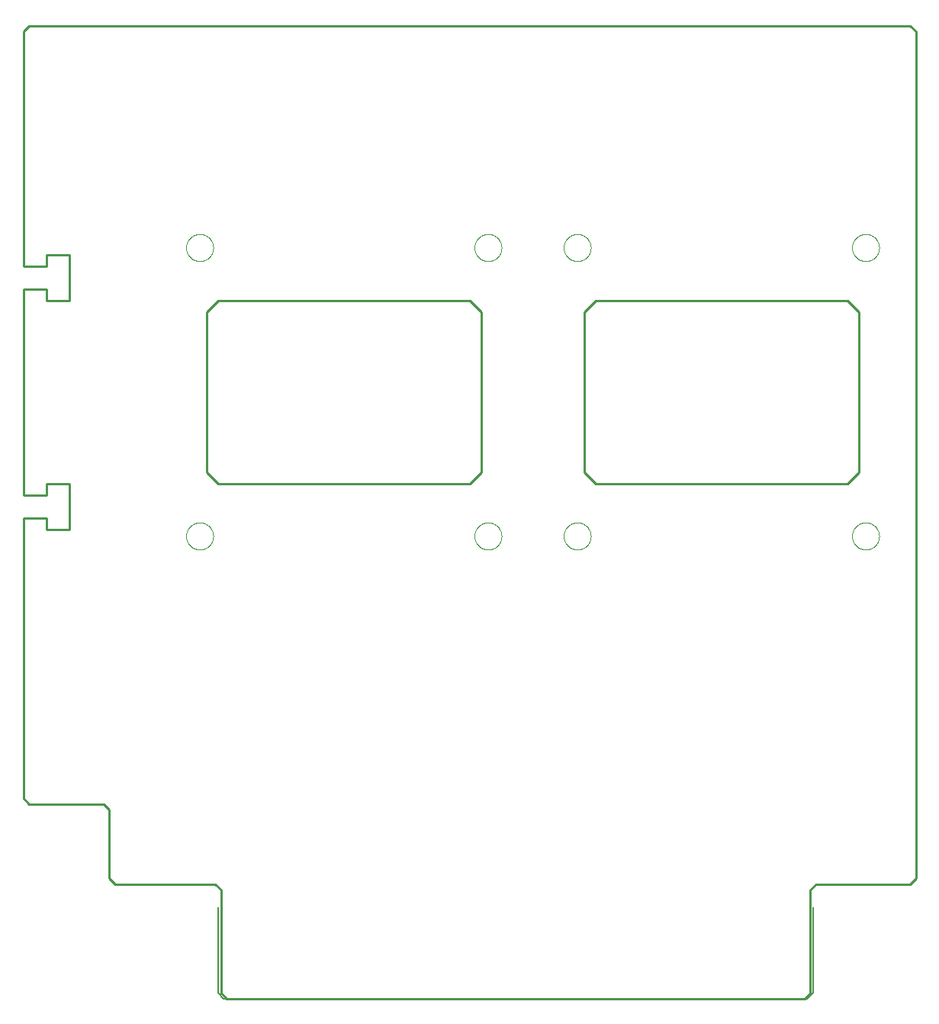
<source format=gko>
G75*
%MOIN*%
%OFA0B0*%
%FSLAX25Y25*%
%IPPOS*%
%LPD*%
%AMOC8*
5,1,8,0,0,1.08239X$1,22.5*
%
%ADD10C,0.01000*%
%ADD11C,0.00000*%
%ADD12C,0.00500*%
D10*
X0042000Y0055000D02*
X0039500Y0057500D01*
X0039500Y0087500D01*
X0037000Y0090000D01*
X0004500Y0090000D01*
X0002000Y0092500D01*
X0002000Y0215000D01*
X0012000Y0215000D01*
X0012000Y0210000D01*
X0022000Y0210000D01*
X0022000Y0230000D01*
X0012000Y0230000D01*
X0012000Y0225000D01*
X0002000Y0225000D01*
X0002000Y0315000D01*
X0012000Y0315000D01*
X0012000Y0310000D01*
X0022000Y0310000D01*
X0022000Y0330000D01*
X0012000Y0330000D01*
X0012000Y0325000D01*
X0002000Y0325000D01*
X0002000Y0427500D01*
X0004500Y0430000D01*
X0389500Y0430000D01*
X0392000Y0427500D01*
X0392000Y0057500D01*
X0389500Y0055000D01*
X0348250Y0055000D01*
X0345750Y0052500D01*
X0345750Y0007500D01*
X0343250Y0005000D01*
X0090750Y0005000D01*
X0088250Y0007500D01*
X0088250Y0052500D01*
X0085750Y0055000D01*
X0042000Y0055000D01*
X0087000Y0230000D02*
X0082000Y0235000D01*
X0082000Y0305000D01*
X0087000Y0310000D01*
X0197000Y0310000D01*
X0202000Y0305000D01*
X0202000Y0235000D01*
X0197000Y0230000D01*
X0087000Y0230000D01*
X0247000Y0235000D02*
X0247000Y0305000D01*
X0252000Y0310000D01*
X0362000Y0310000D01*
X0367000Y0305000D01*
X0367000Y0235000D01*
X0362000Y0230000D01*
X0252000Y0230000D01*
X0247000Y0235000D01*
D11*
X0238094Y0207000D02*
X0238096Y0207153D01*
X0238102Y0207307D01*
X0238112Y0207460D01*
X0238126Y0207612D01*
X0238144Y0207765D01*
X0238166Y0207916D01*
X0238191Y0208067D01*
X0238221Y0208218D01*
X0238255Y0208368D01*
X0238292Y0208516D01*
X0238333Y0208664D01*
X0238378Y0208810D01*
X0238427Y0208956D01*
X0238480Y0209100D01*
X0238536Y0209242D01*
X0238596Y0209383D01*
X0238660Y0209523D01*
X0238727Y0209661D01*
X0238798Y0209797D01*
X0238873Y0209931D01*
X0238950Y0210063D01*
X0239032Y0210193D01*
X0239116Y0210321D01*
X0239204Y0210447D01*
X0239295Y0210570D01*
X0239389Y0210691D01*
X0239487Y0210809D01*
X0239587Y0210925D01*
X0239691Y0211038D01*
X0239797Y0211149D01*
X0239906Y0211257D01*
X0240018Y0211362D01*
X0240132Y0211463D01*
X0240250Y0211562D01*
X0240369Y0211658D01*
X0240491Y0211751D01*
X0240616Y0211840D01*
X0240743Y0211927D01*
X0240872Y0212009D01*
X0241003Y0212089D01*
X0241136Y0212165D01*
X0241271Y0212238D01*
X0241408Y0212307D01*
X0241547Y0212372D01*
X0241687Y0212434D01*
X0241829Y0212492D01*
X0241972Y0212547D01*
X0242117Y0212598D01*
X0242263Y0212645D01*
X0242410Y0212688D01*
X0242558Y0212727D01*
X0242707Y0212763D01*
X0242857Y0212794D01*
X0243008Y0212822D01*
X0243159Y0212846D01*
X0243312Y0212866D01*
X0243464Y0212882D01*
X0243617Y0212894D01*
X0243770Y0212902D01*
X0243923Y0212906D01*
X0244077Y0212906D01*
X0244230Y0212902D01*
X0244383Y0212894D01*
X0244536Y0212882D01*
X0244688Y0212866D01*
X0244841Y0212846D01*
X0244992Y0212822D01*
X0245143Y0212794D01*
X0245293Y0212763D01*
X0245442Y0212727D01*
X0245590Y0212688D01*
X0245737Y0212645D01*
X0245883Y0212598D01*
X0246028Y0212547D01*
X0246171Y0212492D01*
X0246313Y0212434D01*
X0246453Y0212372D01*
X0246592Y0212307D01*
X0246729Y0212238D01*
X0246864Y0212165D01*
X0246997Y0212089D01*
X0247128Y0212009D01*
X0247257Y0211927D01*
X0247384Y0211840D01*
X0247509Y0211751D01*
X0247631Y0211658D01*
X0247750Y0211562D01*
X0247868Y0211463D01*
X0247982Y0211362D01*
X0248094Y0211257D01*
X0248203Y0211149D01*
X0248309Y0211038D01*
X0248413Y0210925D01*
X0248513Y0210809D01*
X0248611Y0210691D01*
X0248705Y0210570D01*
X0248796Y0210447D01*
X0248884Y0210321D01*
X0248968Y0210193D01*
X0249050Y0210063D01*
X0249127Y0209931D01*
X0249202Y0209797D01*
X0249273Y0209661D01*
X0249340Y0209523D01*
X0249404Y0209383D01*
X0249464Y0209242D01*
X0249520Y0209100D01*
X0249573Y0208956D01*
X0249622Y0208810D01*
X0249667Y0208664D01*
X0249708Y0208516D01*
X0249745Y0208368D01*
X0249779Y0208218D01*
X0249809Y0208067D01*
X0249834Y0207916D01*
X0249856Y0207765D01*
X0249874Y0207612D01*
X0249888Y0207460D01*
X0249898Y0207307D01*
X0249904Y0207153D01*
X0249906Y0207000D01*
X0249904Y0206847D01*
X0249898Y0206693D01*
X0249888Y0206540D01*
X0249874Y0206388D01*
X0249856Y0206235D01*
X0249834Y0206084D01*
X0249809Y0205933D01*
X0249779Y0205782D01*
X0249745Y0205632D01*
X0249708Y0205484D01*
X0249667Y0205336D01*
X0249622Y0205190D01*
X0249573Y0205044D01*
X0249520Y0204900D01*
X0249464Y0204758D01*
X0249404Y0204617D01*
X0249340Y0204477D01*
X0249273Y0204339D01*
X0249202Y0204203D01*
X0249127Y0204069D01*
X0249050Y0203937D01*
X0248968Y0203807D01*
X0248884Y0203679D01*
X0248796Y0203553D01*
X0248705Y0203430D01*
X0248611Y0203309D01*
X0248513Y0203191D01*
X0248413Y0203075D01*
X0248309Y0202962D01*
X0248203Y0202851D01*
X0248094Y0202743D01*
X0247982Y0202638D01*
X0247868Y0202537D01*
X0247750Y0202438D01*
X0247631Y0202342D01*
X0247509Y0202249D01*
X0247384Y0202160D01*
X0247257Y0202073D01*
X0247128Y0201991D01*
X0246997Y0201911D01*
X0246864Y0201835D01*
X0246729Y0201762D01*
X0246592Y0201693D01*
X0246453Y0201628D01*
X0246313Y0201566D01*
X0246171Y0201508D01*
X0246028Y0201453D01*
X0245883Y0201402D01*
X0245737Y0201355D01*
X0245590Y0201312D01*
X0245442Y0201273D01*
X0245293Y0201237D01*
X0245143Y0201206D01*
X0244992Y0201178D01*
X0244841Y0201154D01*
X0244688Y0201134D01*
X0244536Y0201118D01*
X0244383Y0201106D01*
X0244230Y0201098D01*
X0244077Y0201094D01*
X0243923Y0201094D01*
X0243770Y0201098D01*
X0243617Y0201106D01*
X0243464Y0201118D01*
X0243312Y0201134D01*
X0243159Y0201154D01*
X0243008Y0201178D01*
X0242857Y0201206D01*
X0242707Y0201237D01*
X0242558Y0201273D01*
X0242410Y0201312D01*
X0242263Y0201355D01*
X0242117Y0201402D01*
X0241972Y0201453D01*
X0241829Y0201508D01*
X0241687Y0201566D01*
X0241547Y0201628D01*
X0241408Y0201693D01*
X0241271Y0201762D01*
X0241136Y0201835D01*
X0241003Y0201911D01*
X0240872Y0201991D01*
X0240743Y0202073D01*
X0240616Y0202160D01*
X0240491Y0202249D01*
X0240369Y0202342D01*
X0240250Y0202438D01*
X0240132Y0202537D01*
X0240018Y0202638D01*
X0239906Y0202743D01*
X0239797Y0202851D01*
X0239691Y0202962D01*
X0239587Y0203075D01*
X0239487Y0203191D01*
X0239389Y0203309D01*
X0239295Y0203430D01*
X0239204Y0203553D01*
X0239116Y0203679D01*
X0239032Y0203807D01*
X0238950Y0203937D01*
X0238873Y0204069D01*
X0238798Y0204203D01*
X0238727Y0204339D01*
X0238660Y0204477D01*
X0238596Y0204617D01*
X0238536Y0204758D01*
X0238480Y0204900D01*
X0238427Y0205044D01*
X0238378Y0205190D01*
X0238333Y0205336D01*
X0238292Y0205484D01*
X0238255Y0205632D01*
X0238221Y0205782D01*
X0238191Y0205933D01*
X0238166Y0206084D01*
X0238144Y0206235D01*
X0238126Y0206388D01*
X0238112Y0206540D01*
X0238102Y0206693D01*
X0238096Y0206847D01*
X0238094Y0207000D01*
X0199094Y0207000D02*
X0199096Y0207153D01*
X0199102Y0207307D01*
X0199112Y0207460D01*
X0199126Y0207612D01*
X0199144Y0207765D01*
X0199166Y0207916D01*
X0199191Y0208067D01*
X0199221Y0208218D01*
X0199255Y0208368D01*
X0199292Y0208516D01*
X0199333Y0208664D01*
X0199378Y0208810D01*
X0199427Y0208956D01*
X0199480Y0209100D01*
X0199536Y0209242D01*
X0199596Y0209383D01*
X0199660Y0209523D01*
X0199727Y0209661D01*
X0199798Y0209797D01*
X0199873Y0209931D01*
X0199950Y0210063D01*
X0200032Y0210193D01*
X0200116Y0210321D01*
X0200204Y0210447D01*
X0200295Y0210570D01*
X0200389Y0210691D01*
X0200487Y0210809D01*
X0200587Y0210925D01*
X0200691Y0211038D01*
X0200797Y0211149D01*
X0200906Y0211257D01*
X0201018Y0211362D01*
X0201132Y0211463D01*
X0201250Y0211562D01*
X0201369Y0211658D01*
X0201491Y0211751D01*
X0201616Y0211840D01*
X0201743Y0211927D01*
X0201872Y0212009D01*
X0202003Y0212089D01*
X0202136Y0212165D01*
X0202271Y0212238D01*
X0202408Y0212307D01*
X0202547Y0212372D01*
X0202687Y0212434D01*
X0202829Y0212492D01*
X0202972Y0212547D01*
X0203117Y0212598D01*
X0203263Y0212645D01*
X0203410Y0212688D01*
X0203558Y0212727D01*
X0203707Y0212763D01*
X0203857Y0212794D01*
X0204008Y0212822D01*
X0204159Y0212846D01*
X0204312Y0212866D01*
X0204464Y0212882D01*
X0204617Y0212894D01*
X0204770Y0212902D01*
X0204923Y0212906D01*
X0205077Y0212906D01*
X0205230Y0212902D01*
X0205383Y0212894D01*
X0205536Y0212882D01*
X0205688Y0212866D01*
X0205841Y0212846D01*
X0205992Y0212822D01*
X0206143Y0212794D01*
X0206293Y0212763D01*
X0206442Y0212727D01*
X0206590Y0212688D01*
X0206737Y0212645D01*
X0206883Y0212598D01*
X0207028Y0212547D01*
X0207171Y0212492D01*
X0207313Y0212434D01*
X0207453Y0212372D01*
X0207592Y0212307D01*
X0207729Y0212238D01*
X0207864Y0212165D01*
X0207997Y0212089D01*
X0208128Y0212009D01*
X0208257Y0211927D01*
X0208384Y0211840D01*
X0208509Y0211751D01*
X0208631Y0211658D01*
X0208750Y0211562D01*
X0208868Y0211463D01*
X0208982Y0211362D01*
X0209094Y0211257D01*
X0209203Y0211149D01*
X0209309Y0211038D01*
X0209413Y0210925D01*
X0209513Y0210809D01*
X0209611Y0210691D01*
X0209705Y0210570D01*
X0209796Y0210447D01*
X0209884Y0210321D01*
X0209968Y0210193D01*
X0210050Y0210063D01*
X0210127Y0209931D01*
X0210202Y0209797D01*
X0210273Y0209661D01*
X0210340Y0209523D01*
X0210404Y0209383D01*
X0210464Y0209242D01*
X0210520Y0209100D01*
X0210573Y0208956D01*
X0210622Y0208810D01*
X0210667Y0208664D01*
X0210708Y0208516D01*
X0210745Y0208368D01*
X0210779Y0208218D01*
X0210809Y0208067D01*
X0210834Y0207916D01*
X0210856Y0207765D01*
X0210874Y0207612D01*
X0210888Y0207460D01*
X0210898Y0207307D01*
X0210904Y0207153D01*
X0210906Y0207000D01*
X0210904Y0206847D01*
X0210898Y0206693D01*
X0210888Y0206540D01*
X0210874Y0206388D01*
X0210856Y0206235D01*
X0210834Y0206084D01*
X0210809Y0205933D01*
X0210779Y0205782D01*
X0210745Y0205632D01*
X0210708Y0205484D01*
X0210667Y0205336D01*
X0210622Y0205190D01*
X0210573Y0205044D01*
X0210520Y0204900D01*
X0210464Y0204758D01*
X0210404Y0204617D01*
X0210340Y0204477D01*
X0210273Y0204339D01*
X0210202Y0204203D01*
X0210127Y0204069D01*
X0210050Y0203937D01*
X0209968Y0203807D01*
X0209884Y0203679D01*
X0209796Y0203553D01*
X0209705Y0203430D01*
X0209611Y0203309D01*
X0209513Y0203191D01*
X0209413Y0203075D01*
X0209309Y0202962D01*
X0209203Y0202851D01*
X0209094Y0202743D01*
X0208982Y0202638D01*
X0208868Y0202537D01*
X0208750Y0202438D01*
X0208631Y0202342D01*
X0208509Y0202249D01*
X0208384Y0202160D01*
X0208257Y0202073D01*
X0208128Y0201991D01*
X0207997Y0201911D01*
X0207864Y0201835D01*
X0207729Y0201762D01*
X0207592Y0201693D01*
X0207453Y0201628D01*
X0207313Y0201566D01*
X0207171Y0201508D01*
X0207028Y0201453D01*
X0206883Y0201402D01*
X0206737Y0201355D01*
X0206590Y0201312D01*
X0206442Y0201273D01*
X0206293Y0201237D01*
X0206143Y0201206D01*
X0205992Y0201178D01*
X0205841Y0201154D01*
X0205688Y0201134D01*
X0205536Y0201118D01*
X0205383Y0201106D01*
X0205230Y0201098D01*
X0205077Y0201094D01*
X0204923Y0201094D01*
X0204770Y0201098D01*
X0204617Y0201106D01*
X0204464Y0201118D01*
X0204312Y0201134D01*
X0204159Y0201154D01*
X0204008Y0201178D01*
X0203857Y0201206D01*
X0203707Y0201237D01*
X0203558Y0201273D01*
X0203410Y0201312D01*
X0203263Y0201355D01*
X0203117Y0201402D01*
X0202972Y0201453D01*
X0202829Y0201508D01*
X0202687Y0201566D01*
X0202547Y0201628D01*
X0202408Y0201693D01*
X0202271Y0201762D01*
X0202136Y0201835D01*
X0202003Y0201911D01*
X0201872Y0201991D01*
X0201743Y0202073D01*
X0201616Y0202160D01*
X0201491Y0202249D01*
X0201369Y0202342D01*
X0201250Y0202438D01*
X0201132Y0202537D01*
X0201018Y0202638D01*
X0200906Y0202743D01*
X0200797Y0202851D01*
X0200691Y0202962D01*
X0200587Y0203075D01*
X0200487Y0203191D01*
X0200389Y0203309D01*
X0200295Y0203430D01*
X0200204Y0203553D01*
X0200116Y0203679D01*
X0200032Y0203807D01*
X0199950Y0203937D01*
X0199873Y0204069D01*
X0199798Y0204203D01*
X0199727Y0204339D01*
X0199660Y0204477D01*
X0199596Y0204617D01*
X0199536Y0204758D01*
X0199480Y0204900D01*
X0199427Y0205044D01*
X0199378Y0205190D01*
X0199333Y0205336D01*
X0199292Y0205484D01*
X0199255Y0205632D01*
X0199221Y0205782D01*
X0199191Y0205933D01*
X0199166Y0206084D01*
X0199144Y0206235D01*
X0199126Y0206388D01*
X0199112Y0206540D01*
X0199102Y0206693D01*
X0199096Y0206847D01*
X0199094Y0207000D01*
X0073094Y0207000D02*
X0073096Y0207153D01*
X0073102Y0207307D01*
X0073112Y0207460D01*
X0073126Y0207612D01*
X0073144Y0207765D01*
X0073166Y0207916D01*
X0073191Y0208067D01*
X0073221Y0208218D01*
X0073255Y0208368D01*
X0073292Y0208516D01*
X0073333Y0208664D01*
X0073378Y0208810D01*
X0073427Y0208956D01*
X0073480Y0209100D01*
X0073536Y0209242D01*
X0073596Y0209383D01*
X0073660Y0209523D01*
X0073727Y0209661D01*
X0073798Y0209797D01*
X0073873Y0209931D01*
X0073950Y0210063D01*
X0074032Y0210193D01*
X0074116Y0210321D01*
X0074204Y0210447D01*
X0074295Y0210570D01*
X0074389Y0210691D01*
X0074487Y0210809D01*
X0074587Y0210925D01*
X0074691Y0211038D01*
X0074797Y0211149D01*
X0074906Y0211257D01*
X0075018Y0211362D01*
X0075132Y0211463D01*
X0075250Y0211562D01*
X0075369Y0211658D01*
X0075491Y0211751D01*
X0075616Y0211840D01*
X0075743Y0211927D01*
X0075872Y0212009D01*
X0076003Y0212089D01*
X0076136Y0212165D01*
X0076271Y0212238D01*
X0076408Y0212307D01*
X0076547Y0212372D01*
X0076687Y0212434D01*
X0076829Y0212492D01*
X0076972Y0212547D01*
X0077117Y0212598D01*
X0077263Y0212645D01*
X0077410Y0212688D01*
X0077558Y0212727D01*
X0077707Y0212763D01*
X0077857Y0212794D01*
X0078008Y0212822D01*
X0078159Y0212846D01*
X0078312Y0212866D01*
X0078464Y0212882D01*
X0078617Y0212894D01*
X0078770Y0212902D01*
X0078923Y0212906D01*
X0079077Y0212906D01*
X0079230Y0212902D01*
X0079383Y0212894D01*
X0079536Y0212882D01*
X0079688Y0212866D01*
X0079841Y0212846D01*
X0079992Y0212822D01*
X0080143Y0212794D01*
X0080293Y0212763D01*
X0080442Y0212727D01*
X0080590Y0212688D01*
X0080737Y0212645D01*
X0080883Y0212598D01*
X0081028Y0212547D01*
X0081171Y0212492D01*
X0081313Y0212434D01*
X0081453Y0212372D01*
X0081592Y0212307D01*
X0081729Y0212238D01*
X0081864Y0212165D01*
X0081997Y0212089D01*
X0082128Y0212009D01*
X0082257Y0211927D01*
X0082384Y0211840D01*
X0082509Y0211751D01*
X0082631Y0211658D01*
X0082750Y0211562D01*
X0082868Y0211463D01*
X0082982Y0211362D01*
X0083094Y0211257D01*
X0083203Y0211149D01*
X0083309Y0211038D01*
X0083413Y0210925D01*
X0083513Y0210809D01*
X0083611Y0210691D01*
X0083705Y0210570D01*
X0083796Y0210447D01*
X0083884Y0210321D01*
X0083968Y0210193D01*
X0084050Y0210063D01*
X0084127Y0209931D01*
X0084202Y0209797D01*
X0084273Y0209661D01*
X0084340Y0209523D01*
X0084404Y0209383D01*
X0084464Y0209242D01*
X0084520Y0209100D01*
X0084573Y0208956D01*
X0084622Y0208810D01*
X0084667Y0208664D01*
X0084708Y0208516D01*
X0084745Y0208368D01*
X0084779Y0208218D01*
X0084809Y0208067D01*
X0084834Y0207916D01*
X0084856Y0207765D01*
X0084874Y0207612D01*
X0084888Y0207460D01*
X0084898Y0207307D01*
X0084904Y0207153D01*
X0084906Y0207000D01*
X0084904Y0206847D01*
X0084898Y0206693D01*
X0084888Y0206540D01*
X0084874Y0206388D01*
X0084856Y0206235D01*
X0084834Y0206084D01*
X0084809Y0205933D01*
X0084779Y0205782D01*
X0084745Y0205632D01*
X0084708Y0205484D01*
X0084667Y0205336D01*
X0084622Y0205190D01*
X0084573Y0205044D01*
X0084520Y0204900D01*
X0084464Y0204758D01*
X0084404Y0204617D01*
X0084340Y0204477D01*
X0084273Y0204339D01*
X0084202Y0204203D01*
X0084127Y0204069D01*
X0084050Y0203937D01*
X0083968Y0203807D01*
X0083884Y0203679D01*
X0083796Y0203553D01*
X0083705Y0203430D01*
X0083611Y0203309D01*
X0083513Y0203191D01*
X0083413Y0203075D01*
X0083309Y0202962D01*
X0083203Y0202851D01*
X0083094Y0202743D01*
X0082982Y0202638D01*
X0082868Y0202537D01*
X0082750Y0202438D01*
X0082631Y0202342D01*
X0082509Y0202249D01*
X0082384Y0202160D01*
X0082257Y0202073D01*
X0082128Y0201991D01*
X0081997Y0201911D01*
X0081864Y0201835D01*
X0081729Y0201762D01*
X0081592Y0201693D01*
X0081453Y0201628D01*
X0081313Y0201566D01*
X0081171Y0201508D01*
X0081028Y0201453D01*
X0080883Y0201402D01*
X0080737Y0201355D01*
X0080590Y0201312D01*
X0080442Y0201273D01*
X0080293Y0201237D01*
X0080143Y0201206D01*
X0079992Y0201178D01*
X0079841Y0201154D01*
X0079688Y0201134D01*
X0079536Y0201118D01*
X0079383Y0201106D01*
X0079230Y0201098D01*
X0079077Y0201094D01*
X0078923Y0201094D01*
X0078770Y0201098D01*
X0078617Y0201106D01*
X0078464Y0201118D01*
X0078312Y0201134D01*
X0078159Y0201154D01*
X0078008Y0201178D01*
X0077857Y0201206D01*
X0077707Y0201237D01*
X0077558Y0201273D01*
X0077410Y0201312D01*
X0077263Y0201355D01*
X0077117Y0201402D01*
X0076972Y0201453D01*
X0076829Y0201508D01*
X0076687Y0201566D01*
X0076547Y0201628D01*
X0076408Y0201693D01*
X0076271Y0201762D01*
X0076136Y0201835D01*
X0076003Y0201911D01*
X0075872Y0201991D01*
X0075743Y0202073D01*
X0075616Y0202160D01*
X0075491Y0202249D01*
X0075369Y0202342D01*
X0075250Y0202438D01*
X0075132Y0202537D01*
X0075018Y0202638D01*
X0074906Y0202743D01*
X0074797Y0202851D01*
X0074691Y0202962D01*
X0074587Y0203075D01*
X0074487Y0203191D01*
X0074389Y0203309D01*
X0074295Y0203430D01*
X0074204Y0203553D01*
X0074116Y0203679D01*
X0074032Y0203807D01*
X0073950Y0203937D01*
X0073873Y0204069D01*
X0073798Y0204203D01*
X0073727Y0204339D01*
X0073660Y0204477D01*
X0073596Y0204617D01*
X0073536Y0204758D01*
X0073480Y0204900D01*
X0073427Y0205044D01*
X0073378Y0205190D01*
X0073333Y0205336D01*
X0073292Y0205484D01*
X0073255Y0205632D01*
X0073221Y0205782D01*
X0073191Y0205933D01*
X0073166Y0206084D01*
X0073144Y0206235D01*
X0073126Y0206388D01*
X0073112Y0206540D01*
X0073102Y0206693D01*
X0073096Y0206847D01*
X0073094Y0207000D01*
X0073094Y0333000D02*
X0073096Y0333153D01*
X0073102Y0333307D01*
X0073112Y0333460D01*
X0073126Y0333612D01*
X0073144Y0333765D01*
X0073166Y0333916D01*
X0073191Y0334067D01*
X0073221Y0334218D01*
X0073255Y0334368D01*
X0073292Y0334516D01*
X0073333Y0334664D01*
X0073378Y0334810D01*
X0073427Y0334956D01*
X0073480Y0335100D01*
X0073536Y0335242D01*
X0073596Y0335383D01*
X0073660Y0335523D01*
X0073727Y0335661D01*
X0073798Y0335797D01*
X0073873Y0335931D01*
X0073950Y0336063D01*
X0074032Y0336193D01*
X0074116Y0336321D01*
X0074204Y0336447D01*
X0074295Y0336570D01*
X0074389Y0336691D01*
X0074487Y0336809D01*
X0074587Y0336925D01*
X0074691Y0337038D01*
X0074797Y0337149D01*
X0074906Y0337257D01*
X0075018Y0337362D01*
X0075132Y0337463D01*
X0075250Y0337562D01*
X0075369Y0337658D01*
X0075491Y0337751D01*
X0075616Y0337840D01*
X0075743Y0337927D01*
X0075872Y0338009D01*
X0076003Y0338089D01*
X0076136Y0338165D01*
X0076271Y0338238D01*
X0076408Y0338307D01*
X0076547Y0338372D01*
X0076687Y0338434D01*
X0076829Y0338492D01*
X0076972Y0338547D01*
X0077117Y0338598D01*
X0077263Y0338645D01*
X0077410Y0338688D01*
X0077558Y0338727D01*
X0077707Y0338763D01*
X0077857Y0338794D01*
X0078008Y0338822D01*
X0078159Y0338846D01*
X0078312Y0338866D01*
X0078464Y0338882D01*
X0078617Y0338894D01*
X0078770Y0338902D01*
X0078923Y0338906D01*
X0079077Y0338906D01*
X0079230Y0338902D01*
X0079383Y0338894D01*
X0079536Y0338882D01*
X0079688Y0338866D01*
X0079841Y0338846D01*
X0079992Y0338822D01*
X0080143Y0338794D01*
X0080293Y0338763D01*
X0080442Y0338727D01*
X0080590Y0338688D01*
X0080737Y0338645D01*
X0080883Y0338598D01*
X0081028Y0338547D01*
X0081171Y0338492D01*
X0081313Y0338434D01*
X0081453Y0338372D01*
X0081592Y0338307D01*
X0081729Y0338238D01*
X0081864Y0338165D01*
X0081997Y0338089D01*
X0082128Y0338009D01*
X0082257Y0337927D01*
X0082384Y0337840D01*
X0082509Y0337751D01*
X0082631Y0337658D01*
X0082750Y0337562D01*
X0082868Y0337463D01*
X0082982Y0337362D01*
X0083094Y0337257D01*
X0083203Y0337149D01*
X0083309Y0337038D01*
X0083413Y0336925D01*
X0083513Y0336809D01*
X0083611Y0336691D01*
X0083705Y0336570D01*
X0083796Y0336447D01*
X0083884Y0336321D01*
X0083968Y0336193D01*
X0084050Y0336063D01*
X0084127Y0335931D01*
X0084202Y0335797D01*
X0084273Y0335661D01*
X0084340Y0335523D01*
X0084404Y0335383D01*
X0084464Y0335242D01*
X0084520Y0335100D01*
X0084573Y0334956D01*
X0084622Y0334810D01*
X0084667Y0334664D01*
X0084708Y0334516D01*
X0084745Y0334368D01*
X0084779Y0334218D01*
X0084809Y0334067D01*
X0084834Y0333916D01*
X0084856Y0333765D01*
X0084874Y0333612D01*
X0084888Y0333460D01*
X0084898Y0333307D01*
X0084904Y0333153D01*
X0084906Y0333000D01*
X0084904Y0332847D01*
X0084898Y0332693D01*
X0084888Y0332540D01*
X0084874Y0332388D01*
X0084856Y0332235D01*
X0084834Y0332084D01*
X0084809Y0331933D01*
X0084779Y0331782D01*
X0084745Y0331632D01*
X0084708Y0331484D01*
X0084667Y0331336D01*
X0084622Y0331190D01*
X0084573Y0331044D01*
X0084520Y0330900D01*
X0084464Y0330758D01*
X0084404Y0330617D01*
X0084340Y0330477D01*
X0084273Y0330339D01*
X0084202Y0330203D01*
X0084127Y0330069D01*
X0084050Y0329937D01*
X0083968Y0329807D01*
X0083884Y0329679D01*
X0083796Y0329553D01*
X0083705Y0329430D01*
X0083611Y0329309D01*
X0083513Y0329191D01*
X0083413Y0329075D01*
X0083309Y0328962D01*
X0083203Y0328851D01*
X0083094Y0328743D01*
X0082982Y0328638D01*
X0082868Y0328537D01*
X0082750Y0328438D01*
X0082631Y0328342D01*
X0082509Y0328249D01*
X0082384Y0328160D01*
X0082257Y0328073D01*
X0082128Y0327991D01*
X0081997Y0327911D01*
X0081864Y0327835D01*
X0081729Y0327762D01*
X0081592Y0327693D01*
X0081453Y0327628D01*
X0081313Y0327566D01*
X0081171Y0327508D01*
X0081028Y0327453D01*
X0080883Y0327402D01*
X0080737Y0327355D01*
X0080590Y0327312D01*
X0080442Y0327273D01*
X0080293Y0327237D01*
X0080143Y0327206D01*
X0079992Y0327178D01*
X0079841Y0327154D01*
X0079688Y0327134D01*
X0079536Y0327118D01*
X0079383Y0327106D01*
X0079230Y0327098D01*
X0079077Y0327094D01*
X0078923Y0327094D01*
X0078770Y0327098D01*
X0078617Y0327106D01*
X0078464Y0327118D01*
X0078312Y0327134D01*
X0078159Y0327154D01*
X0078008Y0327178D01*
X0077857Y0327206D01*
X0077707Y0327237D01*
X0077558Y0327273D01*
X0077410Y0327312D01*
X0077263Y0327355D01*
X0077117Y0327402D01*
X0076972Y0327453D01*
X0076829Y0327508D01*
X0076687Y0327566D01*
X0076547Y0327628D01*
X0076408Y0327693D01*
X0076271Y0327762D01*
X0076136Y0327835D01*
X0076003Y0327911D01*
X0075872Y0327991D01*
X0075743Y0328073D01*
X0075616Y0328160D01*
X0075491Y0328249D01*
X0075369Y0328342D01*
X0075250Y0328438D01*
X0075132Y0328537D01*
X0075018Y0328638D01*
X0074906Y0328743D01*
X0074797Y0328851D01*
X0074691Y0328962D01*
X0074587Y0329075D01*
X0074487Y0329191D01*
X0074389Y0329309D01*
X0074295Y0329430D01*
X0074204Y0329553D01*
X0074116Y0329679D01*
X0074032Y0329807D01*
X0073950Y0329937D01*
X0073873Y0330069D01*
X0073798Y0330203D01*
X0073727Y0330339D01*
X0073660Y0330477D01*
X0073596Y0330617D01*
X0073536Y0330758D01*
X0073480Y0330900D01*
X0073427Y0331044D01*
X0073378Y0331190D01*
X0073333Y0331336D01*
X0073292Y0331484D01*
X0073255Y0331632D01*
X0073221Y0331782D01*
X0073191Y0331933D01*
X0073166Y0332084D01*
X0073144Y0332235D01*
X0073126Y0332388D01*
X0073112Y0332540D01*
X0073102Y0332693D01*
X0073096Y0332847D01*
X0073094Y0333000D01*
X0199094Y0333000D02*
X0199096Y0333153D01*
X0199102Y0333307D01*
X0199112Y0333460D01*
X0199126Y0333612D01*
X0199144Y0333765D01*
X0199166Y0333916D01*
X0199191Y0334067D01*
X0199221Y0334218D01*
X0199255Y0334368D01*
X0199292Y0334516D01*
X0199333Y0334664D01*
X0199378Y0334810D01*
X0199427Y0334956D01*
X0199480Y0335100D01*
X0199536Y0335242D01*
X0199596Y0335383D01*
X0199660Y0335523D01*
X0199727Y0335661D01*
X0199798Y0335797D01*
X0199873Y0335931D01*
X0199950Y0336063D01*
X0200032Y0336193D01*
X0200116Y0336321D01*
X0200204Y0336447D01*
X0200295Y0336570D01*
X0200389Y0336691D01*
X0200487Y0336809D01*
X0200587Y0336925D01*
X0200691Y0337038D01*
X0200797Y0337149D01*
X0200906Y0337257D01*
X0201018Y0337362D01*
X0201132Y0337463D01*
X0201250Y0337562D01*
X0201369Y0337658D01*
X0201491Y0337751D01*
X0201616Y0337840D01*
X0201743Y0337927D01*
X0201872Y0338009D01*
X0202003Y0338089D01*
X0202136Y0338165D01*
X0202271Y0338238D01*
X0202408Y0338307D01*
X0202547Y0338372D01*
X0202687Y0338434D01*
X0202829Y0338492D01*
X0202972Y0338547D01*
X0203117Y0338598D01*
X0203263Y0338645D01*
X0203410Y0338688D01*
X0203558Y0338727D01*
X0203707Y0338763D01*
X0203857Y0338794D01*
X0204008Y0338822D01*
X0204159Y0338846D01*
X0204312Y0338866D01*
X0204464Y0338882D01*
X0204617Y0338894D01*
X0204770Y0338902D01*
X0204923Y0338906D01*
X0205077Y0338906D01*
X0205230Y0338902D01*
X0205383Y0338894D01*
X0205536Y0338882D01*
X0205688Y0338866D01*
X0205841Y0338846D01*
X0205992Y0338822D01*
X0206143Y0338794D01*
X0206293Y0338763D01*
X0206442Y0338727D01*
X0206590Y0338688D01*
X0206737Y0338645D01*
X0206883Y0338598D01*
X0207028Y0338547D01*
X0207171Y0338492D01*
X0207313Y0338434D01*
X0207453Y0338372D01*
X0207592Y0338307D01*
X0207729Y0338238D01*
X0207864Y0338165D01*
X0207997Y0338089D01*
X0208128Y0338009D01*
X0208257Y0337927D01*
X0208384Y0337840D01*
X0208509Y0337751D01*
X0208631Y0337658D01*
X0208750Y0337562D01*
X0208868Y0337463D01*
X0208982Y0337362D01*
X0209094Y0337257D01*
X0209203Y0337149D01*
X0209309Y0337038D01*
X0209413Y0336925D01*
X0209513Y0336809D01*
X0209611Y0336691D01*
X0209705Y0336570D01*
X0209796Y0336447D01*
X0209884Y0336321D01*
X0209968Y0336193D01*
X0210050Y0336063D01*
X0210127Y0335931D01*
X0210202Y0335797D01*
X0210273Y0335661D01*
X0210340Y0335523D01*
X0210404Y0335383D01*
X0210464Y0335242D01*
X0210520Y0335100D01*
X0210573Y0334956D01*
X0210622Y0334810D01*
X0210667Y0334664D01*
X0210708Y0334516D01*
X0210745Y0334368D01*
X0210779Y0334218D01*
X0210809Y0334067D01*
X0210834Y0333916D01*
X0210856Y0333765D01*
X0210874Y0333612D01*
X0210888Y0333460D01*
X0210898Y0333307D01*
X0210904Y0333153D01*
X0210906Y0333000D01*
X0210904Y0332847D01*
X0210898Y0332693D01*
X0210888Y0332540D01*
X0210874Y0332388D01*
X0210856Y0332235D01*
X0210834Y0332084D01*
X0210809Y0331933D01*
X0210779Y0331782D01*
X0210745Y0331632D01*
X0210708Y0331484D01*
X0210667Y0331336D01*
X0210622Y0331190D01*
X0210573Y0331044D01*
X0210520Y0330900D01*
X0210464Y0330758D01*
X0210404Y0330617D01*
X0210340Y0330477D01*
X0210273Y0330339D01*
X0210202Y0330203D01*
X0210127Y0330069D01*
X0210050Y0329937D01*
X0209968Y0329807D01*
X0209884Y0329679D01*
X0209796Y0329553D01*
X0209705Y0329430D01*
X0209611Y0329309D01*
X0209513Y0329191D01*
X0209413Y0329075D01*
X0209309Y0328962D01*
X0209203Y0328851D01*
X0209094Y0328743D01*
X0208982Y0328638D01*
X0208868Y0328537D01*
X0208750Y0328438D01*
X0208631Y0328342D01*
X0208509Y0328249D01*
X0208384Y0328160D01*
X0208257Y0328073D01*
X0208128Y0327991D01*
X0207997Y0327911D01*
X0207864Y0327835D01*
X0207729Y0327762D01*
X0207592Y0327693D01*
X0207453Y0327628D01*
X0207313Y0327566D01*
X0207171Y0327508D01*
X0207028Y0327453D01*
X0206883Y0327402D01*
X0206737Y0327355D01*
X0206590Y0327312D01*
X0206442Y0327273D01*
X0206293Y0327237D01*
X0206143Y0327206D01*
X0205992Y0327178D01*
X0205841Y0327154D01*
X0205688Y0327134D01*
X0205536Y0327118D01*
X0205383Y0327106D01*
X0205230Y0327098D01*
X0205077Y0327094D01*
X0204923Y0327094D01*
X0204770Y0327098D01*
X0204617Y0327106D01*
X0204464Y0327118D01*
X0204312Y0327134D01*
X0204159Y0327154D01*
X0204008Y0327178D01*
X0203857Y0327206D01*
X0203707Y0327237D01*
X0203558Y0327273D01*
X0203410Y0327312D01*
X0203263Y0327355D01*
X0203117Y0327402D01*
X0202972Y0327453D01*
X0202829Y0327508D01*
X0202687Y0327566D01*
X0202547Y0327628D01*
X0202408Y0327693D01*
X0202271Y0327762D01*
X0202136Y0327835D01*
X0202003Y0327911D01*
X0201872Y0327991D01*
X0201743Y0328073D01*
X0201616Y0328160D01*
X0201491Y0328249D01*
X0201369Y0328342D01*
X0201250Y0328438D01*
X0201132Y0328537D01*
X0201018Y0328638D01*
X0200906Y0328743D01*
X0200797Y0328851D01*
X0200691Y0328962D01*
X0200587Y0329075D01*
X0200487Y0329191D01*
X0200389Y0329309D01*
X0200295Y0329430D01*
X0200204Y0329553D01*
X0200116Y0329679D01*
X0200032Y0329807D01*
X0199950Y0329937D01*
X0199873Y0330069D01*
X0199798Y0330203D01*
X0199727Y0330339D01*
X0199660Y0330477D01*
X0199596Y0330617D01*
X0199536Y0330758D01*
X0199480Y0330900D01*
X0199427Y0331044D01*
X0199378Y0331190D01*
X0199333Y0331336D01*
X0199292Y0331484D01*
X0199255Y0331632D01*
X0199221Y0331782D01*
X0199191Y0331933D01*
X0199166Y0332084D01*
X0199144Y0332235D01*
X0199126Y0332388D01*
X0199112Y0332540D01*
X0199102Y0332693D01*
X0199096Y0332847D01*
X0199094Y0333000D01*
X0238094Y0333000D02*
X0238096Y0333153D01*
X0238102Y0333307D01*
X0238112Y0333460D01*
X0238126Y0333612D01*
X0238144Y0333765D01*
X0238166Y0333916D01*
X0238191Y0334067D01*
X0238221Y0334218D01*
X0238255Y0334368D01*
X0238292Y0334516D01*
X0238333Y0334664D01*
X0238378Y0334810D01*
X0238427Y0334956D01*
X0238480Y0335100D01*
X0238536Y0335242D01*
X0238596Y0335383D01*
X0238660Y0335523D01*
X0238727Y0335661D01*
X0238798Y0335797D01*
X0238873Y0335931D01*
X0238950Y0336063D01*
X0239032Y0336193D01*
X0239116Y0336321D01*
X0239204Y0336447D01*
X0239295Y0336570D01*
X0239389Y0336691D01*
X0239487Y0336809D01*
X0239587Y0336925D01*
X0239691Y0337038D01*
X0239797Y0337149D01*
X0239906Y0337257D01*
X0240018Y0337362D01*
X0240132Y0337463D01*
X0240250Y0337562D01*
X0240369Y0337658D01*
X0240491Y0337751D01*
X0240616Y0337840D01*
X0240743Y0337927D01*
X0240872Y0338009D01*
X0241003Y0338089D01*
X0241136Y0338165D01*
X0241271Y0338238D01*
X0241408Y0338307D01*
X0241547Y0338372D01*
X0241687Y0338434D01*
X0241829Y0338492D01*
X0241972Y0338547D01*
X0242117Y0338598D01*
X0242263Y0338645D01*
X0242410Y0338688D01*
X0242558Y0338727D01*
X0242707Y0338763D01*
X0242857Y0338794D01*
X0243008Y0338822D01*
X0243159Y0338846D01*
X0243312Y0338866D01*
X0243464Y0338882D01*
X0243617Y0338894D01*
X0243770Y0338902D01*
X0243923Y0338906D01*
X0244077Y0338906D01*
X0244230Y0338902D01*
X0244383Y0338894D01*
X0244536Y0338882D01*
X0244688Y0338866D01*
X0244841Y0338846D01*
X0244992Y0338822D01*
X0245143Y0338794D01*
X0245293Y0338763D01*
X0245442Y0338727D01*
X0245590Y0338688D01*
X0245737Y0338645D01*
X0245883Y0338598D01*
X0246028Y0338547D01*
X0246171Y0338492D01*
X0246313Y0338434D01*
X0246453Y0338372D01*
X0246592Y0338307D01*
X0246729Y0338238D01*
X0246864Y0338165D01*
X0246997Y0338089D01*
X0247128Y0338009D01*
X0247257Y0337927D01*
X0247384Y0337840D01*
X0247509Y0337751D01*
X0247631Y0337658D01*
X0247750Y0337562D01*
X0247868Y0337463D01*
X0247982Y0337362D01*
X0248094Y0337257D01*
X0248203Y0337149D01*
X0248309Y0337038D01*
X0248413Y0336925D01*
X0248513Y0336809D01*
X0248611Y0336691D01*
X0248705Y0336570D01*
X0248796Y0336447D01*
X0248884Y0336321D01*
X0248968Y0336193D01*
X0249050Y0336063D01*
X0249127Y0335931D01*
X0249202Y0335797D01*
X0249273Y0335661D01*
X0249340Y0335523D01*
X0249404Y0335383D01*
X0249464Y0335242D01*
X0249520Y0335100D01*
X0249573Y0334956D01*
X0249622Y0334810D01*
X0249667Y0334664D01*
X0249708Y0334516D01*
X0249745Y0334368D01*
X0249779Y0334218D01*
X0249809Y0334067D01*
X0249834Y0333916D01*
X0249856Y0333765D01*
X0249874Y0333612D01*
X0249888Y0333460D01*
X0249898Y0333307D01*
X0249904Y0333153D01*
X0249906Y0333000D01*
X0249904Y0332847D01*
X0249898Y0332693D01*
X0249888Y0332540D01*
X0249874Y0332388D01*
X0249856Y0332235D01*
X0249834Y0332084D01*
X0249809Y0331933D01*
X0249779Y0331782D01*
X0249745Y0331632D01*
X0249708Y0331484D01*
X0249667Y0331336D01*
X0249622Y0331190D01*
X0249573Y0331044D01*
X0249520Y0330900D01*
X0249464Y0330758D01*
X0249404Y0330617D01*
X0249340Y0330477D01*
X0249273Y0330339D01*
X0249202Y0330203D01*
X0249127Y0330069D01*
X0249050Y0329937D01*
X0248968Y0329807D01*
X0248884Y0329679D01*
X0248796Y0329553D01*
X0248705Y0329430D01*
X0248611Y0329309D01*
X0248513Y0329191D01*
X0248413Y0329075D01*
X0248309Y0328962D01*
X0248203Y0328851D01*
X0248094Y0328743D01*
X0247982Y0328638D01*
X0247868Y0328537D01*
X0247750Y0328438D01*
X0247631Y0328342D01*
X0247509Y0328249D01*
X0247384Y0328160D01*
X0247257Y0328073D01*
X0247128Y0327991D01*
X0246997Y0327911D01*
X0246864Y0327835D01*
X0246729Y0327762D01*
X0246592Y0327693D01*
X0246453Y0327628D01*
X0246313Y0327566D01*
X0246171Y0327508D01*
X0246028Y0327453D01*
X0245883Y0327402D01*
X0245737Y0327355D01*
X0245590Y0327312D01*
X0245442Y0327273D01*
X0245293Y0327237D01*
X0245143Y0327206D01*
X0244992Y0327178D01*
X0244841Y0327154D01*
X0244688Y0327134D01*
X0244536Y0327118D01*
X0244383Y0327106D01*
X0244230Y0327098D01*
X0244077Y0327094D01*
X0243923Y0327094D01*
X0243770Y0327098D01*
X0243617Y0327106D01*
X0243464Y0327118D01*
X0243312Y0327134D01*
X0243159Y0327154D01*
X0243008Y0327178D01*
X0242857Y0327206D01*
X0242707Y0327237D01*
X0242558Y0327273D01*
X0242410Y0327312D01*
X0242263Y0327355D01*
X0242117Y0327402D01*
X0241972Y0327453D01*
X0241829Y0327508D01*
X0241687Y0327566D01*
X0241547Y0327628D01*
X0241408Y0327693D01*
X0241271Y0327762D01*
X0241136Y0327835D01*
X0241003Y0327911D01*
X0240872Y0327991D01*
X0240743Y0328073D01*
X0240616Y0328160D01*
X0240491Y0328249D01*
X0240369Y0328342D01*
X0240250Y0328438D01*
X0240132Y0328537D01*
X0240018Y0328638D01*
X0239906Y0328743D01*
X0239797Y0328851D01*
X0239691Y0328962D01*
X0239587Y0329075D01*
X0239487Y0329191D01*
X0239389Y0329309D01*
X0239295Y0329430D01*
X0239204Y0329553D01*
X0239116Y0329679D01*
X0239032Y0329807D01*
X0238950Y0329937D01*
X0238873Y0330069D01*
X0238798Y0330203D01*
X0238727Y0330339D01*
X0238660Y0330477D01*
X0238596Y0330617D01*
X0238536Y0330758D01*
X0238480Y0330900D01*
X0238427Y0331044D01*
X0238378Y0331190D01*
X0238333Y0331336D01*
X0238292Y0331484D01*
X0238255Y0331632D01*
X0238221Y0331782D01*
X0238191Y0331933D01*
X0238166Y0332084D01*
X0238144Y0332235D01*
X0238126Y0332388D01*
X0238112Y0332540D01*
X0238102Y0332693D01*
X0238096Y0332847D01*
X0238094Y0333000D01*
X0364094Y0333000D02*
X0364096Y0333153D01*
X0364102Y0333307D01*
X0364112Y0333460D01*
X0364126Y0333612D01*
X0364144Y0333765D01*
X0364166Y0333916D01*
X0364191Y0334067D01*
X0364221Y0334218D01*
X0364255Y0334368D01*
X0364292Y0334516D01*
X0364333Y0334664D01*
X0364378Y0334810D01*
X0364427Y0334956D01*
X0364480Y0335100D01*
X0364536Y0335242D01*
X0364596Y0335383D01*
X0364660Y0335523D01*
X0364727Y0335661D01*
X0364798Y0335797D01*
X0364873Y0335931D01*
X0364950Y0336063D01*
X0365032Y0336193D01*
X0365116Y0336321D01*
X0365204Y0336447D01*
X0365295Y0336570D01*
X0365389Y0336691D01*
X0365487Y0336809D01*
X0365587Y0336925D01*
X0365691Y0337038D01*
X0365797Y0337149D01*
X0365906Y0337257D01*
X0366018Y0337362D01*
X0366132Y0337463D01*
X0366250Y0337562D01*
X0366369Y0337658D01*
X0366491Y0337751D01*
X0366616Y0337840D01*
X0366743Y0337927D01*
X0366872Y0338009D01*
X0367003Y0338089D01*
X0367136Y0338165D01*
X0367271Y0338238D01*
X0367408Y0338307D01*
X0367547Y0338372D01*
X0367687Y0338434D01*
X0367829Y0338492D01*
X0367972Y0338547D01*
X0368117Y0338598D01*
X0368263Y0338645D01*
X0368410Y0338688D01*
X0368558Y0338727D01*
X0368707Y0338763D01*
X0368857Y0338794D01*
X0369008Y0338822D01*
X0369159Y0338846D01*
X0369312Y0338866D01*
X0369464Y0338882D01*
X0369617Y0338894D01*
X0369770Y0338902D01*
X0369923Y0338906D01*
X0370077Y0338906D01*
X0370230Y0338902D01*
X0370383Y0338894D01*
X0370536Y0338882D01*
X0370688Y0338866D01*
X0370841Y0338846D01*
X0370992Y0338822D01*
X0371143Y0338794D01*
X0371293Y0338763D01*
X0371442Y0338727D01*
X0371590Y0338688D01*
X0371737Y0338645D01*
X0371883Y0338598D01*
X0372028Y0338547D01*
X0372171Y0338492D01*
X0372313Y0338434D01*
X0372453Y0338372D01*
X0372592Y0338307D01*
X0372729Y0338238D01*
X0372864Y0338165D01*
X0372997Y0338089D01*
X0373128Y0338009D01*
X0373257Y0337927D01*
X0373384Y0337840D01*
X0373509Y0337751D01*
X0373631Y0337658D01*
X0373750Y0337562D01*
X0373868Y0337463D01*
X0373982Y0337362D01*
X0374094Y0337257D01*
X0374203Y0337149D01*
X0374309Y0337038D01*
X0374413Y0336925D01*
X0374513Y0336809D01*
X0374611Y0336691D01*
X0374705Y0336570D01*
X0374796Y0336447D01*
X0374884Y0336321D01*
X0374968Y0336193D01*
X0375050Y0336063D01*
X0375127Y0335931D01*
X0375202Y0335797D01*
X0375273Y0335661D01*
X0375340Y0335523D01*
X0375404Y0335383D01*
X0375464Y0335242D01*
X0375520Y0335100D01*
X0375573Y0334956D01*
X0375622Y0334810D01*
X0375667Y0334664D01*
X0375708Y0334516D01*
X0375745Y0334368D01*
X0375779Y0334218D01*
X0375809Y0334067D01*
X0375834Y0333916D01*
X0375856Y0333765D01*
X0375874Y0333612D01*
X0375888Y0333460D01*
X0375898Y0333307D01*
X0375904Y0333153D01*
X0375906Y0333000D01*
X0375904Y0332847D01*
X0375898Y0332693D01*
X0375888Y0332540D01*
X0375874Y0332388D01*
X0375856Y0332235D01*
X0375834Y0332084D01*
X0375809Y0331933D01*
X0375779Y0331782D01*
X0375745Y0331632D01*
X0375708Y0331484D01*
X0375667Y0331336D01*
X0375622Y0331190D01*
X0375573Y0331044D01*
X0375520Y0330900D01*
X0375464Y0330758D01*
X0375404Y0330617D01*
X0375340Y0330477D01*
X0375273Y0330339D01*
X0375202Y0330203D01*
X0375127Y0330069D01*
X0375050Y0329937D01*
X0374968Y0329807D01*
X0374884Y0329679D01*
X0374796Y0329553D01*
X0374705Y0329430D01*
X0374611Y0329309D01*
X0374513Y0329191D01*
X0374413Y0329075D01*
X0374309Y0328962D01*
X0374203Y0328851D01*
X0374094Y0328743D01*
X0373982Y0328638D01*
X0373868Y0328537D01*
X0373750Y0328438D01*
X0373631Y0328342D01*
X0373509Y0328249D01*
X0373384Y0328160D01*
X0373257Y0328073D01*
X0373128Y0327991D01*
X0372997Y0327911D01*
X0372864Y0327835D01*
X0372729Y0327762D01*
X0372592Y0327693D01*
X0372453Y0327628D01*
X0372313Y0327566D01*
X0372171Y0327508D01*
X0372028Y0327453D01*
X0371883Y0327402D01*
X0371737Y0327355D01*
X0371590Y0327312D01*
X0371442Y0327273D01*
X0371293Y0327237D01*
X0371143Y0327206D01*
X0370992Y0327178D01*
X0370841Y0327154D01*
X0370688Y0327134D01*
X0370536Y0327118D01*
X0370383Y0327106D01*
X0370230Y0327098D01*
X0370077Y0327094D01*
X0369923Y0327094D01*
X0369770Y0327098D01*
X0369617Y0327106D01*
X0369464Y0327118D01*
X0369312Y0327134D01*
X0369159Y0327154D01*
X0369008Y0327178D01*
X0368857Y0327206D01*
X0368707Y0327237D01*
X0368558Y0327273D01*
X0368410Y0327312D01*
X0368263Y0327355D01*
X0368117Y0327402D01*
X0367972Y0327453D01*
X0367829Y0327508D01*
X0367687Y0327566D01*
X0367547Y0327628D01*
X0367408Y0327693D01*
X0367271Y0327762D01*
X0367136Y0327835D01*
X0367003Y0327911D01*
X0366872Y0327991D01*
X0366743Y0328073D01*
X0366616Y0328160D01*
X0366491Y0328249D01*
X0366369Y0328342D01*
X0366250Y0328438D01*
X0366132Y0328537D01*
X0366018Y0328638D01*
X0365906Y0328743D01*
X0365797Y0328851D01*
X0365691Y0328962D01*
X0365587Y0329075D01*
X0365487Y0329191D01*
X0365389Y0329309D01*
X0365295Y0329430D01*
X0365204Y0329553D01*
X0365116Y0329679D01*
X0365032Y0329807D01*
X0364950Y0329937D01*
X0364873Y0330069D01*
X0364798Y0330203D01*
X0364727Y0330339D01*
X0364660Y0330477D01*
X0364596Y0330617D01*
X0364536Y0330758D01*
X0364480Y0330900D01*
X0364427Y0331044D01*
X0364378Y0331190D01*
X0364333Y0331336D01*
X0364292Y0331484D01*
X0364255Y0331632D01*
X0364221Y0331782D01*
X0364191Y0331933D01*
X0364166Y0332084D01*
X0364144Y0332235D01*
X0364126Y0332388D01*
X0364112Y0332540D01*
X0364102Y0332693D01*
X0364096Y0332847D01*
X0364094Y0333000D01*
X0364094Y0207000D02*
X0364096Y0207153D01*
X0364102Y0207307D01*
X0364112Y0207460D01*
X0364126Y0207612D01*
X0364144Y0207765D01*
X0364166Y0207916D01*
X0364191Y0208067D01*
X0364221Y0208218D01*
X0364255Y0208368D01*
X0364292Y0208516D01*
X0364333Y0208664D01*
X0364378Y0208810D01*
X0364427Y0208956D01*
X0364480Y0209100D01*
X0364536Y0209242D01*
X0364596Y0209383D01*
X0364660Y0209523D01*
X0364727Y0209661D01*
X0364798Y0209797D01*
X0364873Y0209931D01*
X0364950Y0210063D01*
X0365032Y0210193D01*
X0365116Y0210321D01*
X0365204Y0210447D01*
X0365295Y0210570D01*
X0365389Y0210691D01*
X0365487Y0210809D01*
X0365587Y0210925D01*
X0365691Y0211038D01*
X0365797Y0211149D01*
X0365906Y0211257D01*
X0366018Y0211362D01*
X0366132Y0211463D01*
X0366250Y0211562D01*
X0366369Y0211658D01*
X0366491Y0211751D01*
X0366616Y0211840D01*
X0366743Y0211927D01*
X0366872Y0212009D01*
X0367003Y0212089D01*
X0367136Y0212165D01*
X0367271Y0212238D01*
X0367408Y0212307D01*
X0367547Y0212372D01*
X0367687Y0212434D01*
X0367829Y0212492D01*
X0367972Y0212547D01*
X0368117Y0212598D01*
X0368263Y0212645D01*
X0368410Y0212688D01*
X0368558Y0212727D01*
X0368707Y0212763D01*
X0368857Y0212794D01*
X0369008Y0212822D01*
X0369159Y0212846D01*
X0369312Y0212866D01*
X0369464Y0212882D01*
X0369617Y0212894D01*
X0369770Y0212902D01*
X0369923Y0212906D01*
X0370077Y0212906D01*
X0370230Y0212902D01*
X0370383Y0212894D01*
X0370536Y0212882D01*
X0370688Y0212866D01*
X0370841Y0212846D01*
X0370992Y0212822D01*
X0371143Y0212794D01*
X0371293Y0212763D01*
X0371442Y0212727D01*
X0371590Y0212688D01*
X0371737Y0212645D01*
X0371883Y0212598D01*
X0372028Y0212547D01*
X0372171Y0212492D01*
X0372313Y0212434D01*
X0372453Y0212372D01*
X0372592Y0212307D01*
X0372729Y0212238D01*
X0372864Y0212165D01*
X0372997Y0212089D01*
X0373128Y0212009D01*
X0373257Y0211927D01*
X0373384Y0211840D01*
X0373509Y0211751D01*
X0373631Y0211658D01*
X0373750Y0211562D01*
X0373868Y0211463D01*
X0373982Y0211362D01*
X0374094Y0211257D01*
X0374203Y0211149D01*
X0374309Y0211038D01*
X0374413Y0210925D01*
X0374513Y0210809D01*
X0374611Y0210691D01*
X0374705Y0210570D01*
X0374796Y0210447D01*
X0374884Y0210321D01*
X0374968Y0210193D01*
X0375050Y0210063D01*
X0375127Y0209931D01*
X0375202Y0209797D01*
X0375273Y0209661D01*
X0375340Y0209523D01*
X0375404Y0209383D01*
X0375464Y0209242D01*
X0375520Y0209100D01*
X0375573Y0208956D01*
X0375622Y0208810D01*
X0375667Y0208664D01*
X0375708Y0208516D01*
X0375745Y0208368D01*
X0375779Y0208218D01*
X0375809Y0208067D01*
X0375834Y0207916D01*
X0375856Y0207765D01*
X0375874Y0207612D01*
X0375888Y0207460D01*
X0375898Y0207307D01*
X0375904Y0207153D01*
X0375906Y0207000D01*
X0375904Y0206847D01*
X0375898Y0206693D01*
X0375888Y0206540D01*
X0375874Y0206388D01*
X0375856Y0206235D01*
X0375834Y0206084D01*
X0375809Y0205933D01*
X0375779Y0205782D01*
X0375745Y0205632D01*
X0375708Y0205484D01*
X0375667Y0205336D01*
X0375622Y0205190D01*
X0375573Y0205044D01*
X0375520Y0204900D01*
X0375464Y0204758D01*
X0375404Y0204617D01*
X0375340Y0204477D01*
X0375273Y0204339D01*
X0375202Y0204203D01*
X0375127Y0204069D01*
X0375050Y0203937D01*
X0374968Y0203807D01*
X0374884Y0203679D01*
X0374796Y0203553D01*
X0374705Y0203430D01*
X0374611Y0203309D01*
X0374513Y0203191D01*
X0374413Y0203075D01*
X0374309Y0202962D01*
X0374203Y0202851D01*
X0374094Y0202743D01*
X0373982Y0202638D01*
X0373868Y0202537D01*
X0373750Y0202438D01*
X0373631Y0202342D01*
X0373509Y0202249D01*
X0373384Y0202160D01*
X0373257Y0202073D01*
X0373128Y0201991D01*
X0372997Y0201911D01*
X0372864Y0201835D01*
X0372729Y0201762D01*
X0372592Y0201693D01*
X0372453Y0201628D01*
X0372313Y0201566D01*
X0372171Y0201508D01*
X0372028Y0201453D01*
X0371883Y0201402D01*
X0371737Y0201355D01*
X0371590Y0201312D01*
X0371442Y0201273D01*
X0371293Y0201237D01*
X0371143Y0201206D01*
X0370992Y0201178D01*
X0370841Y0201154D01*
X0370688Y0201134D01*
X0370536Y0201118D01*
X0370383Y0201106D01*
X0370230Y0201098D01*
X0370077Y0201094D01*
X0369923Y0201094D01*
X0369770Y0201098D01*
X0369617Y0201106D01*
X0369464Y0201118D01*
X0369312Y0201134D01*
X0369159Y0201154D01*
X0369008Y0201178D01*
X0368857Y0201206D01*
X0368707Y0201237D01*
X0368558Y0201273D01*
X0368410Y0201312D01*
X0368263Y0201355D01*
X0368117Y0201402D01*
X0367972Y0201453D01*
X0367829Y0201508D01*
X0367687Y0201566D01*
X0367547Y0201628D01*
X0367408Y0201693D01*
X0367271Y0201762D01*
X0367136Y0201835D01*
X0367003Y0201911D01*
X0366872Y0201991D01*
X0366743Y0202073D01*
X0366616Y0202160D01*
X0366491Y0202249D01*
X0366369Y0202342D01*
X0366250Y0202438D01*
X0366132Y0202537D01*
X0366018Y0202638D01*
X0365906Y0202743D01*
X0365797Y0202851D01*
X0365691Y0202962D01*
X0365587Y0203075D01*
X0365487Y0203191D01*
X0365389Y0203309D01*
X0365295Y0203430D01*
X0365204Y0203553D01*
X0365116Y0203679D01*
X0365032Y0203807D01*
X0364950Y0203937D01*
X0364873Y0204069D01*
X0364798Y0204203D01*
X0364727Y0204339D01*
X0364660Y0204477D01*
X0364596Y0204617D01*
X0364536Y0204758D01*
X0364480Y0204900D01*
X0364427Y0205044D01*
X0364378Y0205190D01*
X0364333Y0205336D01*
X0364292Y0205484D01*
X0364255Y0205632D01*
X0364221Y0205782D01*
X0364191Y0205933D01*
X0364166Y0206084D01*
X0364144Y0206235D01*
X0364126Y0206388D01*
X0364112Y0206540D01*
X0364102Y0206693D01*
X0364096Y0206847D01*
X0364094Y0207000D01*
D12*
X0347000Y0045000D02*
X0347000Y0007500D01*
X0344500Y0005000D01*
X0089500Y0005000D01*
X0087000Y0007500D01*
X0087000Y0045000D01*
M02*

</source>
